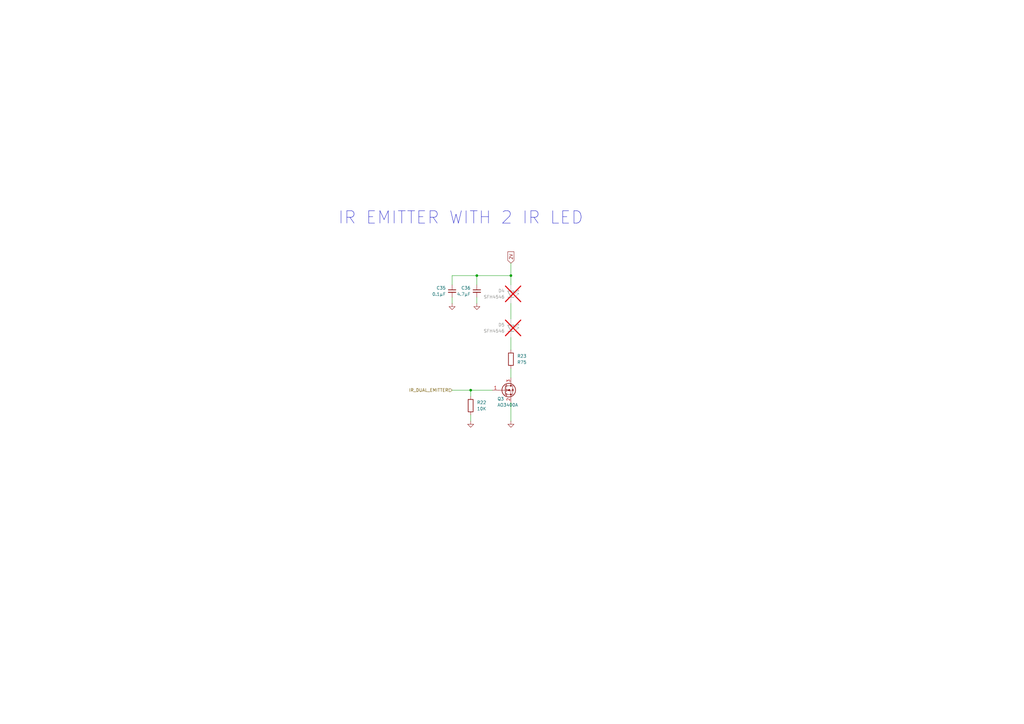
<source format=kicad_sch>
(kicad_sch (version 20250114) (generator "eeschema") (generator_version "9.0")
  (paper "A3")
  (title_block (title "Rabosa Micromouse") (rev "1.0") (company "XorvaLabs ") (comment 1 "Schematic design based on Green Ye's Green Giant 5.19V micromouse") (comment 2 "And in OPRobots streams"))
  (lib_symbols
    (symbol "Device:C_Small" (pin_numbers (hide yes)) (pin_names (offset 0.254) (hide yes))
      (property "Reference" "C" (at 0.254 1.778 0))
      (property "Value" "C_Small" (at 0.254 -2.032 0))
      (symbol "C_Small_0_1"
        (polyline (pts (xy -1.524 0.508) (xy 1.524 0.508)) (stroke (width 0.3048)))
        (polyline (pts (xy -1.524 -0.508) (xy 1.524 -0.508)) (stroke (width 0.3302)))
      )
      (symbol "C_Small_1_1"
        (pin passive line (at 0 2.54 270) (length 2.032) (name "~") (number "1"))
        (pin passive line (at 0 -2.54 90) (length 2.032) (name "~") (number "2"))
      )
    )
    (symbol "Device:R" (pin_numbers (hide yes)) (pin_names (offset 0))
      (property "Reference" "R" (at 2.032 0 90))
      (property "Value" "R" (at 0 0 90))
      (symbol "R_0_1"
        (rectangle (start -1.016 -2.54) (end 1.016 2.54) (stroke (width 0.254)))
      )
      (symbol "R_1_1"
        (pin passive line (at 0 3.81 270) (length 1.27) (name "~") (number "1"))
        (pin passive line (at 0 -3.81 90) (length 1.27) (name "~") (number "2"))
      )
    )
    (symbol "LED:SFH4546" (pin_numbers (hide yes)) (pin_names (offset 1.016) (hide yes))
      (property "Reference" "D" (at 0.508 1.778 0))
      (property "Value" "SFH4546" (at -1.016 -2.794 0))
      (symbol "SFH4546_0_1"
        (polyline (pts (xy -2.54 1.27) (xy -2.54 -1.27)) (stroke (width 0.254)))
        (polyline (pts (xy -2.413 1.651) (xy -0.889 3.175) (xy -0.889 2.667) (xy -0.889 3.175) (xy -1.397 3.175)))
        (polyline (pts (xy -1.143 1.651) (xy 0.381 3.175) (xy 0.381 2.667)))
        (polyline (pts (xy 0 0) (xy -2.54 0)))
        (polyline (pts (xy 0 -1.27) (xy -2.54 0) (xy 0 1.27) (xy 0 -1.27)) (stroke (width 0.254)))
        (polyline (pts (xy 0.381 3.175) (xy -0.127 3.175)))
      )
      (symbol "SFH4546_1_1"
        (pin passive line (at -5.08 0 0) (length 2.54) (name "K") (number "1"))
        (pin passive line (at 2.54 0 180) (length 2.54) (name "A") (number "2"))
      )
    )
    (symbol "Transistor_FET:AO3400A" (pin_names (offset 0) (hide yes))
      (property "Reference" "Q" (at 5.08 1.905 0))
      (property "Value" "AO3400A" (at 5.08 0 0))
      (symbol "AO3400A_0_1"
        (polyline (pts (xy 0.254 1.905) (xy 0.254 -1.905)) (stroke (width 0.254)))
        (polyline (pts (xy 0.254 0) (xy -2.54 0)))
        (polyline (pts (xy 0.762 2.286) (xy 0.762 1.27)) (stroke (width 0.254)))
        (polyline (pts (xy 0.762 0.508) (xy 0.762 -0.508)) (stroke (width 0.254)))
        (polyline (pts (xy 0.762 -1.27) (xy 0.762 -2.286)) (stroke (width 0.254)))
        (polyline (pts (xy 0.762 -1.778) (xy 3.302 -1.778) (xy 3.302 1.778) (xy 0.762 1.778)))
        (polyline (pts (xy 1.016 0) (xy 2.032 0.381) (xy 2.032 -0.381) (xy 1.016 0)) (fill (type outline)))
        (circle (center 1.651 0) (radius 2.794) (stroke (width 0.254)))
        (polyline (pts (xy 2.54 2.54) (xy 2.54 1.778)))
        (circle (center 2.54 1.778) (radius 0.254) (fill (type outline)))
        (circle (center 2.54 -1.778) (radius 0.254) (fill (type outline)))
        (polyline (pts (xy 2.54 -2.54) (xy 2.54 0) (xy 0.762 0)))
        (polyline (pts (xy 2.921 0.381) (xy 3.683 0.381)))
        (polyline (pts (xy 3.302 0.381) (xy 2.921 -0.254) (xy 3.683 -0.254) (xy 3.302 0.381)))
      )
      (symbol "AO3400A_1_1"
        (pin input line (at -5.08 0 0) (length 2.54) (name "G") (number "1"))
        (pin passive line (at 2.54 5.08 270) (length 2.54) (name "D") (number "3"))
        (pin passive line (at 2.54 -5.08 90) (length 2.54) (name "S") (number "2"))
      )
    )
    (symbol "power:GND" (power) (pin_numbers (hide yes)) (pin_names (offset 0) (hide yes))
      (property "Value" "GND" (at 0 -3.81 0))
      (symbol "GND_0_1"
        (polyline (pts (xy 0 0) (xy 0 -1.27) (xy 1.27 -1.27) (xy 0 -2.54) (xy -1.27 -1.27) (xy 0 -1.27)))
      )
      (symbol "GND_1_1"
        (pin power_in line (at 0 0 270) (length 0) (name "~") (number "1"))
      )
    )
  )
  (text "IR EMITTER WITH 2 IR LED" (at 188.976 89.408 0) (effects (font (size 5.08 5.08))))
  (junction (at 195.58 113.03))
  (junction (at 209.55 113.03))
  (junction (at 193.04 160.02))
  (wire (pts (xy 193.04 170.18) (xy 193.04 172.72)))
  (wire (pts (xy 209.55 124.46) (xy 209.55 130.81)))
  (wire (pts (xy 195.58 113.03) (xy 195.58 116.84)))
  (wire (pts (xy 209.55 165.1) (xy 209.55 172.72)))
  (wire (pts (xy 209.55 107.95) (xy 209.55 113.03)))
  (wire (pts (xy 209.55 151.13) (xy 209.55 154.94)))
  (wire (pts (xy 193.04 160.02) (xy 201.93 160.02)))
  (wire (pts (xy 193.04 160.02) (xy 193.04 162.56)))
  (wire (pts (xy 209.55 113.03) (xy 209.55 116.84)))
  (wire (pts (xy 185.42 160.02) (xy 193.04 160.02)))
  (wire (pts (xy 195.58 113.03) (xy 185.42 113.03)))
  (wire (pts (xy 185.42 116.84) (xy 185.42 113.03)))
  (wire (pts (xy 195.58 124.46) (xy 195.58 121.92)))
  (wire (pts (xy 209.55 113.03) (xy 195.58 113.03)))
  (wire (pts (xy 209.55 138.43) (xy 209.55 143.51)))
  (wire (pts (xy 185.42 121.92) (xy 185.42 124.46)))
  (global_label "2V" (shape input) (at 209.55 107.95 90) (property "Intersheetrefs" "${INTERSHEET_REFS}" (effects (hide yes))))
  (hierarchical_label "IR_DUAL_EMITTER" (shape input) (at 185.42 160.02 180))
  (symbol (lib_id "power:GND") (at 193.04 172.72 0) (unit 1)
    (property "Reference" "#PWR028" (effects (hide yes)))
    (property "Value" "GND" (effects (hide yes)))
    (property "Description" "Power symbol creates a global label with name \"GND\" , ground" (effects (hide yes)))
  )
  (symbol (lib_id "LED:SFH4546") (at 209.55 119.38 270) (mirror x) (unit 1) (dnp yes)
    (property "Reference" "D4" (at 207.01 119.2529 90) (effects (justify right)))
    (property "Value" "SFH4546" (at 207.01 121.7929 90) (effects (justify right)))
    (property "Footprint" "LED_THT:LED_D5.0mm_Horizontal_O1.27mm_Z3.0mm_IRGrey" (effects (hide yes)))
    (property "Datasheet" "http://www.osram-os.com/Graphics/XPic1/00101982_0.pdf" (effects (hide yes)))
    (property "Description" "High-Power IR LED 940nm" (effects (hide yes)))
    (property "JLCPCB Part #" "C2900373" (effects (hide yes)))
  )
  (symbol (lib_id "Device:C_Small") (at 195.58 119.38 0) (mirror y) (unit 1)
    (property "Reference" "C36" (at 193.04 118.1162 0) (effects (justify left)))
    (property "Value" "4.7µF" (at 193.04 120.6562 0) (effects (justify left)))
    (property "Footprint" "Capacitor_SMD:C_0402_1005Metric" (effects (hide yes)))
    (property "Description" "Unpolarized capacitor, small symbol" (effects (hide yes)))
    (property "JLCPCB Part #" "C23687" (effects (hide yes)))
  )
  (symbol (lib_id "LED:SFH4546") (at 209.55 133.35 270) (mirror x) (unit 1) (dnp yes)
    (property "Reference" "D5" (at 207.01 133.2229 90) (effects (justify right)))
    (property "Value" "SFH4546" (at 207.01 135.7629 90) (effects (justify right)))
    (property "Footprint" "LED_THT:LED_D5.0mm_Horizontal_O1.27mm_Z3.0mm_IRGrey" (effects (hide yes)))
    (property "Datasheet" "http://www.osram-os.com/Graphics/XPic1/00101982_0.pdf" (effects (hide yes)))
    (property "Description" "High-Power IR LED 940nm" (effects (hide yes)))
    (property "JLCPCB Part #" "C2900373" (effects (hide yes)))
  )
  (symbol (lib_id "Transistor_FET:AO3400A") (at 207.01 160.02 0) (unit 1)
    (property "Reference" "Q3" (at 203.962 163.576 0) (effects (justify left)))
    (property "Value" "AO3400A" (at 203.962 166.116 0) (effects (justify left)))
    (property "Footprint" "Package_TO_SOT_SMD:SOT-23" (effects (hide yes)))
    (property "Datasheet" "http://www.aosmd.com/pdfs/datasheet/AO3400A.pdf" (effects (hide yes)))
    (property "Description" "30V Vds, 5.7A Id, N-Channel MOSFET, SOT-23" (effects (hide yes)))
    (property "Link compra" "https://www.digikey.es/es/products/detail/alpha-omega-semiconductor-inc/AO3400A/1855772" (effects (hide yes)))
    (property "JLCPCB Part #" "C20917" (effects (hide yes)))
  )
  (symbol (lib_id "power:GND") (at 185.42 124.46 0) (unit 1)
    (property "Reference" "#PWR027" (effects (hide yes)))
    (property "Value" "GND" (effects (hide yes)))
    (property "Description" "Power symbol creates a global label with name \"GND\" , ground" (effects (hide yes)))
  )
  (symbol (lib_id "Device:C_Small") (at 185.42 119.38 0) (mirror y) (unit 1)
    (property "Reference" "C35" (at 182.88 118.1162 0) (effects (justify left)))
    (property "Value" "0.1µF" (at 182.88 120.6562 0) (effects (justify left)))
    (property "Footprint" "Capacitor_SMD:C_0402_1005Metric" (effects (hide yes)))
    (property "Description" "Unpolarized capacitor, small symbol" (effects (hide yes)))
    (property "JLCPCB Part #" "C1525" (effects (hide yes)))
  )
  (symbol (lib_id "Device:R") (at 209.55 147.32 0) (unit 1)
    (property "Reference" "R23" (at 212.09 146.0499 0) (effects (justify left)))
    (property "Value" "R75" (at 212.09 148.5899 0) (effects (justify left)))
    (property "Footprint" "Resistor_SMD:R_0402_1005Metric" (effects (hide yes)))
    (property "Description" "Resistor" (effects (hide yes)))
    (property "JLCPCB Part #" "C22369159" (effects (hide yes)))
  )
  (symbol (lib_id "Device:R") (at 193.04 166.37 0) (unit 1)
    (property "Reference" "R22" (at 195.58 165.0999 0) (effects (justify left)))
    (property "Value" "10K" (at 195.58 167.6399 0) (effects (justify left)))
    (property "Footprint" "Resistor_SMD:R_0402_1005Metric" (effects (hide yes)))
    (property "Description" "Resistor" (effects (hide yes)))
    (property "JLCPCB Part #" "C174175" (effects (hide yes)))
  )
  (symbol (lib_id "power:GND") (at 209.55 172.72 0) (unit 1)
    (property "Reference" "#PWR030" (effects (hide yes)))
    (property "Value" "GND" (effects (hide yes)))
    (property "Description" "Power symbol creates a global label with name \"GND\" , ground" (effects (hide yes)))
  )
  (symbol (lib_id "power:GND") (at 195.58 124.46 0) (unit 1)
    (property "Reference" "#PWR029" (effects (hide yes)))
    (property "Value" "GND" (effects (hide yes)))
    (property "Description" "Power symbol creates a global label with name \"GND\" , ground" (effects (hide yes)))
  )
)
</source>
